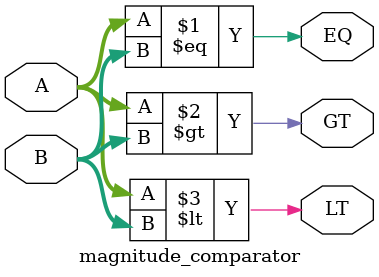
<source format=v>
module magnitude_comparator(
  input [3:0] A,
  input [3:0] B,
  output EQ,
  output GT,
  output LT
);

  assign EQ = (A == B);
  assign GT = (A > B);
  assign LT = (A < B);

endmodule
</source>
